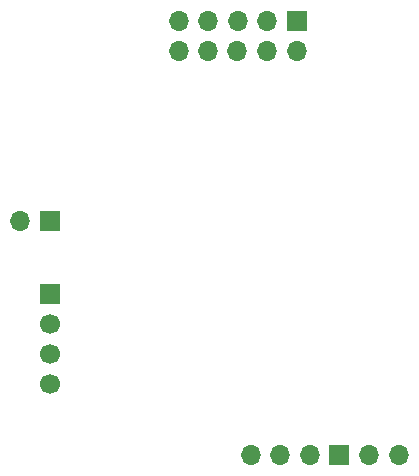
<source format=gbr>
%TF.GenerationSoftware,KiCad,Pcbnew,9.0.1*%
%TF.CreationDate,2025-10-26T23:50:52+01:00*%
%TF.ProjectId,onyks-iot-esp32-storage-rfid,6f6e796b-732d-4696-9f74-2d6573703332,rev?*%
%TF.SameCoordinates,Original*%
%TF.FileFunction,Soldermask,Bot*%
%TF.FilePolarity,Negative*%
%FSLAX46Y46*%
G04 Gerber Fmt 4.6, Leading zero omitted, Abs format (unit mm)*
G04 Created by KiCad (PCBNEW 9.0.1) date 2025-10-26 23:50:52*
%MOMM*%
%LPD*%
G01*
G04 APERTURE LIST*
%ADD10R,1.700000X1.700000*%
%ADD11C,1.700000*%
%ADD12O,1.700000X1.700000*%
G04 APERTURE END LIST*
D10*
%TO.C,J4*%
X134200000Y-120800000D03*
D11*
X134200000Y-123340000D03*
X134200000Y-125880000D03*
X134200000Y-128420000D03*
%TD*%
D10*
%TO.C,J3*%
X155080000Y-97700000D03*
D12*
X152580000Y-97700000D03*
X150080000Y-97700000D03*
X147580000Y-97700000D03*
X145080000Y-97700000D03*
X152580000Y-100200000D03*
X147580000Y-100200000D03*
X145080000Y-100200000D03*
X150000000Y-100200000D03*
X155080000Y-100200000D03*
%TD*%
D10*
%TO.C,J2*%
X158700000Y-134400000D03*
D12*
X151200000Y-134400000D03*
X161200000Y-134400000D03*
X163740000Y-134400000D03*
X156200000Y-134400000D03*
X153700000Y-134400000D03*
%TD*%
D10*
%TO.C,J1*%
X134200000Y-114600000D03*
D12*
X131660000Y-114600000D03*
%TD*%
M02*

</source>
